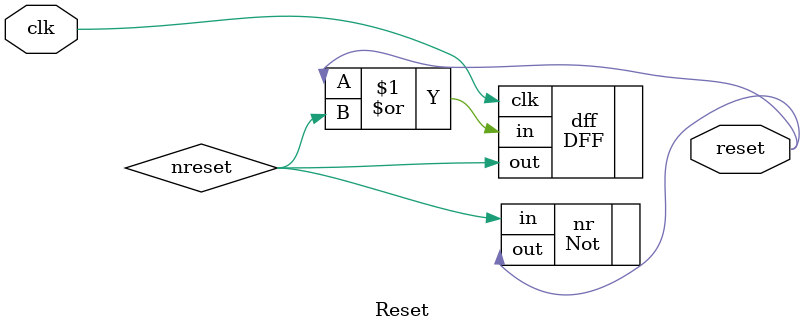
<source format=v>
/**
 * The module rst delivers a reset signal at power up which
 * is clocked by clk.
 *
 * The timing diagram should be:
 * -------------------------------------------
 * clk     0 | 1 | 0 | 1 | 0 | 1 | 0 | 1 ...
 * -------------------------------------------
 * reset   0 | 1 | 1 | 0 | 0 | 0 | 0 | 0 ...
 * -------------------------------------------
 */
`default_nettype none
module Reset(
    input clk,
    output reset
  );
  wire clk;
  wire reset;
  wire nreset;
  DFF dff(.clk(clk),.in(reset | nreset),.out(nreset));
  Not nr(.in(nreset),.out(reset));
endmodule

</source>
